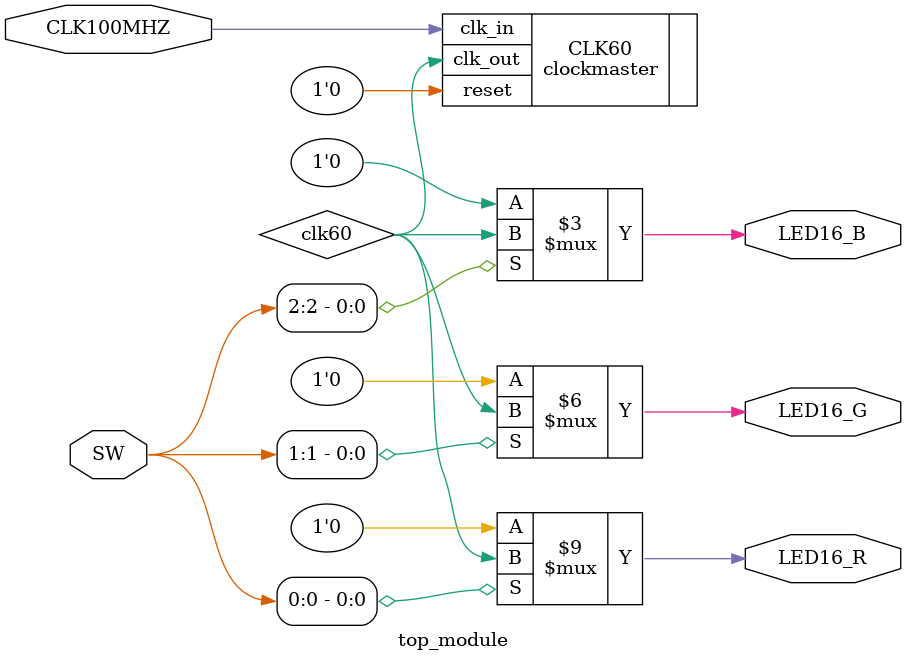
<source format=sv>
`timescale 1ns / 1ps


module top_module(
	input logic CLK100MHZ,
	input logic [15:0]SW,
	output logic LED16_B, LED16_G, LED16_R
    );
    
    logic clk60;
    
    clockmaster #(48) CLK60 (
    	.clk_in(CLK100MHZ),
    	.reset(1'b0),
    	.clk_out(clk60)
    	);
    	
    always_comb begin
    		if (SW[0]) begin
    			LED16_R = clk60;
    			end
    		else LED16_R = 1'b0;
    		if (SW[1]) begin
    			LED16_G = clk60;
    			end
    		else LED16_G = 1'b0;
    		if (SW[2]) begin
    			LED16_B = clk60;
    			end
    		else LED16_B = 1'b0;
    	end
    	
endmodule

</source>
